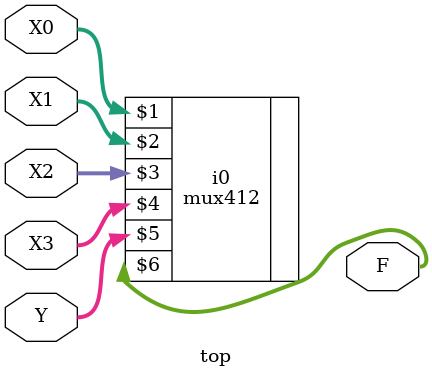
<source format=v>
`timescale 1ps/1ps

module top(
    input   [1:0] X0,//input
    input   [1:0] X1,
    input   [1:0] X2,
    input   [1:0] X3,
    input   [1:0] Y,//selcet
    output  [1:0] F//output
);

  mux412 i0(
     X0,//input
     X1,
     X2,
     X3,
     Y,//selcet
     F//output
);

endmodule

</source>
